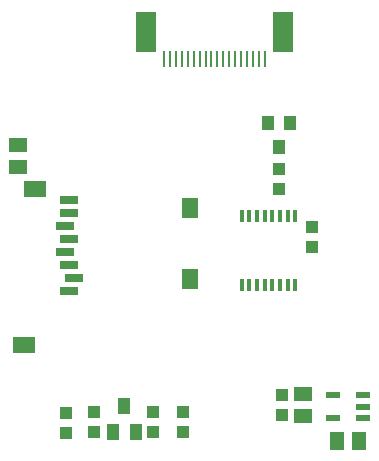
<source format=gbr>
G04 EAGLE Gerber RS-274X export*
G75*
%MOMM*%
%FSLAX34Y34*%
%LPD*%
%INSolderpaste Top*%
%IPPOS*%
%AMOC8*
5,1,8,0,0,1.08239X$1,22.5*%
G01*
%ADD10R,1.900000X1.400000*%
%ADD11R,1.400000X1.800000*%
%ADD12R,1.500000X0.700000*%
%ADD13R,1.200000X0.550000*%
%ADD14R,1.240000X1.500000*%
%ADD15R,1.500000X1.240000*%
%ADD16R,1.000000X1.075000*%
%ADD17R,1.000000X1.200000*%
%ADD18R,0.304800X0.990600*%
%ADD19R,1.000000X1.400000*%
%ADD20R,0.250000X1.400000*%
%ADD21R,1.800000X3.500000*%


D10*
X6840Y288100D03*
X-2160Y156100D03*
D11*
X137840Y272100D03*
X137840Y212100D03*
D12*
X35840Y279100D03*
X35840Y268100D03*
X31840Y257100D03*
X35840Y246100D03*
X31840Y235100D03*
X35840Y224100D03*
X39840Y213100D03*
X35840Y202100D03*
D13*
X284780Y94640D03*
X284780Y104140D03*
X284780Y113640D03*
X258780Y113640D03*
X258780Y94640D03*
D14*
X281280Y74930D03*
X262280Y74930D03*
D15*
X-7620Y306730D03*
X-7620Y325730D03*
X233680Y95910D03*
X233680Y114910D03*
D16*
X33020Y81670D03*
X33020Y98670D03*
D17*
X213360Y324010D03*
X203860Y344010D03*
X222860Y344010D03*
D16*
X132080Y82940D03*
X132080Y99940D03*
X57150Y82940D03*
X57150Y99940D03*
X106680Y82940D03*
X106680Y99940D03*
X213360Y305680D03*
X213360Y288680D03*
X241300Y256150D03*
X241300Y239150D03*
X215900Y96910D03*
X215900Y113910D03*
D18*
X227220Y265398D03*
X220720Y265398D03*
X214220Y265398D03*
X207720Y265398D03*
X201220Y265398D03*
X194720Y265398D03*
X188220Y265398D03*
X181720Y265398D03*
X181720Y207042D03*
X188220Y207042D03*
X194720Y207042D03*
X201220Y207042D03*
X207720Y207042D03*
X214220Y207042D03*
X220720Y207042D03*
X227220Y207042D03*
D19*
X82550Y104980D03*
X92050Y82980D03*
X73050Y82980D03*
D20*
X116250Y398670D03*
X121250Y398670D03*
X126250Y398670D03*
X131250Y398670D03*
X136250Y398670D03*
X141250Y398670D03*
X146250Y398670D03*
X151250Y398670D03*
X156250Y398670D03*
X161250Y398670D03*
X166250Y398670D03*
X171250Y398670D03*
X176250Y398670D03*
X181250Y398670D03*
X186250Y398670D03*
X191250Y398670D03*
X196250Y398670D03*
X201250Y398670D03*
D21*
X216750Y421730D03*
X100750Y421730D03*
M02*

</source>
